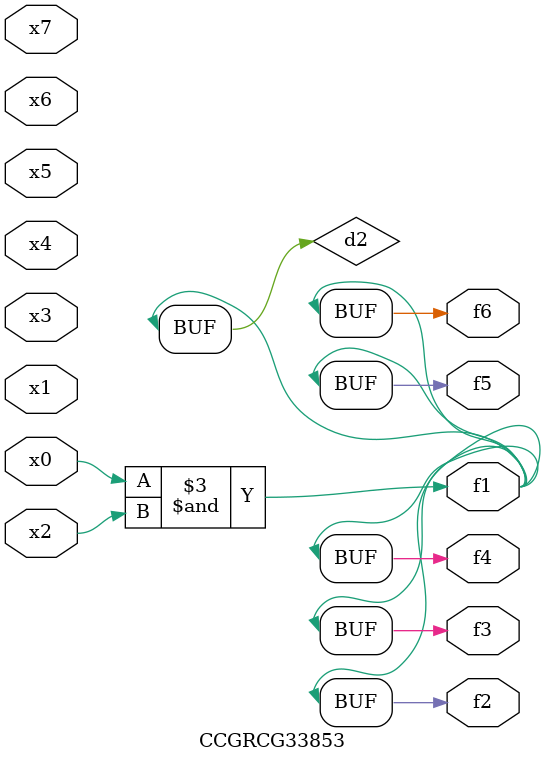
<source format=v>
module CCGRCG33853(
	input x0, x1, x2, x3, x4, x5, x6, x7,
	output f1, f2, f3, f4, f5, f6
);

	wire d1, d2;

	nor (d1, x3, x6);
	and (d2, x0, x2);
	assign f1 = d2;
	assign f2 = d2;
	assign f3 = d2;
	assign f4 = d2;
	assign f5 = d2;
	assign f6 = d2;
endmodule

</source>
